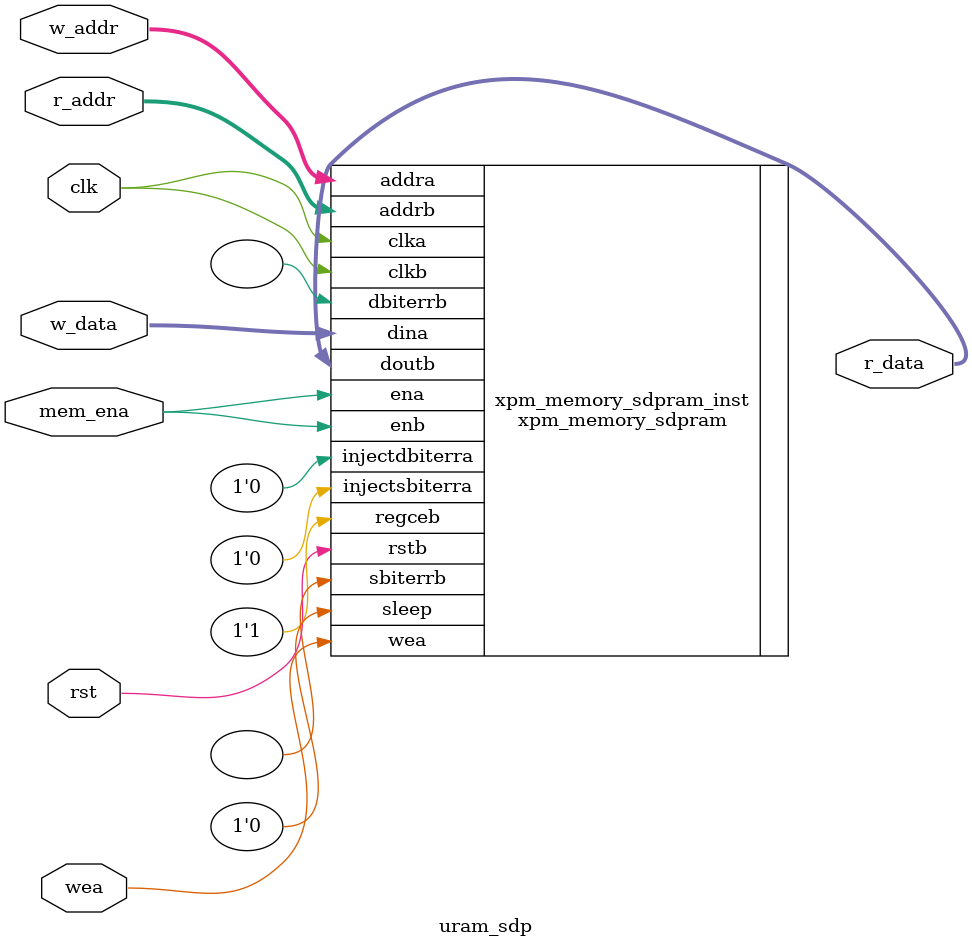
<source format=v>
`timescale 1ns / 1ps


module uram_sdp
#(
 parameter MEMORY_INIT_FILE = "none",
 parameter ADDR_WIDTH       = 15,
 parameter DATA_WIDTH       = 64,
 parameter MEMORY_SIZE      = DATA_WIDTH*(2**ADDR_WIDTH)
)
(
 input  wire                    clk,
 input  wire                    rst,
 input  wire                    mem_ena,
 input  wire                    wea,
 input  wire [ADDR_WIDTH - 1:0] w_addr,
 input  wire [DATA_WIDTH - 1:0] w_data,
 input  wire [ADDR_WIDTH - 1:0] r_addr,
 output wire [DATA_WIDTH - 1:0] r_data
);


// XPM_MEMORY instantiation template for Simple Dual Port RAM configurations
// Refer to the targeted device family architecture libraries guide for XPM_MEMORY documentation
// =======================================================================================================================

// Parameter usage table, organized as follows:
// +---------------------------------------------------------------------------------------------------------------------+
// | Parameter name       | Data type          | Restrictions, if applicable                                             |
// |---------------------------------------------------------------------------------------------------------------------|
// | Description                                                                                                         |
// +---------------------------------------------------------------------------------------------------------------------+
// +---------------------------------------------------------------------------------------------------------------------+
// | ADDR_WIDTH_A         | Integer            | Range: 1 - 20. Default value = 6.                                       |
// |---------------------------------------------------------------------------------------------------------------------|
// | Specify the width of the port A address port addra, in bits.                                                        |
// | Must be large enough to access the entire memory from port A, i.e. = $clog2(MEMORY_SIZE/WRITE_DATA_WIDTH_A).        |
// +---------------------------------------------------------------------------------------------------------------------+
// | ADDR_WIDTH_B         | Integer            | Range: 1 - 20. Default value = 6.                                       |
// |---------------------------------------------------------------------------------------------------------------------|
// | Specify the width of the port B address port addrb, in bits.                                                        |
// | Must be large enough to access the entire memory from port B, i.e. = $clog2(MEMORY_SIZE/READ_DATA_WIDTH_B).         |
// +---------------------------------------------------------------------------------------------------------------------+
// | AUTO_SLEEP_TIME      | Integer            | Range: 0 - 15. Default value = 0.                                       |
// |---------------------------------------------------------------------------------------------------------------------|
// | Number of clk[a|b] cycles to auto-sleep, if feature is available in architecture.                                   |
// |                                                                                                                     |
// |   0 - Disable auto-sleep feature                                                                                    |
// |   3-15 - Number of auto-sleep latency cycles                                                                        |
// |                                                                                                                     |
// | Do not change from the value provided in the template instantiation.                                                |
// +---------------------------------------------------------------------------------------------------------------------+
// | BYTE_WRITE_WIDTH_A   | Integer            | Range: 1 - 4608. Default value = 32.                                    |
// |---------------------------------------------------------------------------------------------------------------------|
// | To enable byte-wide writes on port A, specify the byte width, in bits.                                              |
// |                                                                                                                     |
// |   8- 8-bit byte-wide writes, legal when WRITE_DATA_WIDTH_A is an integer multiple of 8                              |
// |   9- 9-bit byte-wide writes, legal when WRITE_DATA_WIDTH_A is an integer multiple of 9                              |
// |                                                                                                                     |
// | Or to enable word-wide writes on port A, specify the same value as for WRITE_DATA_WIDTH_A.                          |
// +---------------------------------------------------------------------------------------------------------------------+
// | CASCADE_HEIGHT       | Integer            | Range: 0 - 64. Default value = 0.                                       |
// |---------------------------------------------------------------------------------------------------------------------|
// | 0- No Cascade Height, Allow Vivado Synthesis to choose.                                                             |
// | 1 or more - Vivado Synthesis sets the specified value as Cascade Height.                                            |
// +---------------------------------------------------------------------------------------------------------------------+
// | CLOCKING_MODE        | String             | Allowed values: common_clock, independent_clock. Default value = common_clock.|
// |---------------------------------------------------------------------------------------------------------------------|
// | Designate whether port A and port B are clocked with a common clock or with independent clocks.                     |
// |                                                                                                                     |
// |   "common_clock"- Common clocking; clock both port A and port B with clka                                           |
// |   "independent_clock"- Independent clocking; clock port A with clka and port B with clkb                            |
// +---------------------------------------------------------------------------------------------------------------------+
// | ECC_MODE             | String             | Allowed values: no_ecc, both_encode_and_decode, decode_only, encode_only. Default value = no_ecc.|
// |---------------------------------------------------------------------------------------------------------------------|
// |                                                                                                                     |
// |   "no_ecc" - Disables ECC                                                                                           |
// |   "encode_only" - Enables ECC Encoder only                                                                          |
// |   "decode_only" - Enables ECC Decoder only                                                                          |
// |   "both_encode_and_decode" - Enables both ECC Encoder and Decoder                                                   |
// +---------------------------------------------------------------------------------------------------------------------+
// | MEMORY_INIT_FILE     | String             | Default value = none.                                                   |
// |---------------------------------------------------------------------------------------------------------------------|
// | Specify "none" (including quotes) for no memory initialization, or specify the name of a memory initialization file.|
// | Enter only the name of the file with .mem extension, including quotes but without path (e.g. "my_file.mem").        |
// | File format must be ASCII and consist of only hexadecimal values organized into the specified depth by              |
// | narrowest data width generic value of the memory. See the Memory File (MEM) section for more                        |
// | information on the syntax. Initialization of memory happens through the file name specified only when parameter     |
// | MEMORY_INIT_PARAM value is equal to "".                                                                             |
// | When using XPM_MEMORY in a project, add the specified file to the Vivado project as a design source.                |
// +---------------------------------------------------------------------------------------------------------------------+
// | MEMORY_INIT_PARAM    | String             | Default value = 0.                                                      |
// |---------------------------------------------------------------------------------------------------------------------|
// | Specify "" or "0" (including quotes) for no memory initialization through parameter, or specify the string          |
// | containing the hex characters. Enter only hex characters with each location separated by delimiter (,).             |
// | Parameter format must be ASCII and consist of only hexadecimal values organized into the specified depth by         |
// | narrowest data width generic value of the memory.For example, if the narrowest data width is 8, and the depth of    |
// | memory is 8 locations, then the parameter value should be passed as shown below.                                    |
// | parameter MEMORY_INIT_PARAM = "AB,CD,EF,1,2,34,56,78"                                                               |
// | Where "AB" is the 0th location and "78" is the 7th location.                                                        |
// +---------------------------------------------------------------------------------------------------------------------+
// | MEMORY_OPTIMIZATION  | String             | Allowed values: true, false. Default value = true.                      |
// |---------------------------------------------------------------------------------------------------------------------|
// | Specify "true" to enable the optimization of unused memory or bits in the memory structure. Specify "false" to      |
// | disable the optimization of unused memory or bits in the memory structure.                                          |
// +---------------------------------------------------------------------------------------------------------------------+
// | MEMORY_PRIMITIVE     | String             | Allowed values: auto, block, distributed, ultra. Default value = auto.  |
// |---------------------------------------------------------------------------------------------------------------------|
// | Designate the memory primitive (resource type) to use.                                                              |
// |                                                                                                                     |
// |   "auto"- Allow Vivado Synthesis to choose                                                                          |
// |   "distributed"- Distributed memory                                                                                 |
// |   "block"- Block memory                                                                                             |
// |   "ultra"- Ultra RAM memory                                                                                         |
// |                                                                                                                     |
// | NOTE: There may be a behavior mismatch if Block RAM or Ultra RAM specific features, like ECC or Asymmetry, are selected with MEMORY_PRIMITIVE set to "auto".|
// +---------------------------------------------------------------------------------------------------------------------+
// | MEMORY_SIZE          | Integer            | Range: 2 - 150994944. Default value = 2048.                             |
// |---------------------------------------------------------------------------------------------------------------------|
// | Specify the total memory array size, in bits. For example, enter 65536 for a 2kx32 RAM.                             |
// |                                                                                                                     |
// |   When ECC is enabled and set to "encode_only", then the memory size has to be multiples of READ_DATA_WIDTH_B       |
// |   When ECC is enabled and set to "decode_only", then the memory size has to be multiples of WRITE_DATA_WIDTH_A      |
// +---------------------------------------------------------------------------------------------------------------------+
// | MESSAGE_CONTROL      | Integer            | Range: 0 - 1. Default value = 0.                                        |
// |---------------------------------------------------------------------------------------------------------------------|
// | Specify 1 to enable the dynamic message reporting such as collision warnings, and 0 to disable the message reporting|
// +---------------------------------------------------------------------------------------------------------------------+
// | READ_DATA_WIDTH_B    | Integer            | Range: 1 - 4608. Default value = 32.                                    |
// |---------------------------------------------------------------------------------------------------------------------|
// | Specify the width of the port B read data output port doutb, in bits.                                               |
// |                                                                                                                     |
// |   When ECC is enabled and set to "encode_only", then READ_DATA_WIDTH_B has to be multiples of 72-bits               |
// |   When ECC is enabled and set to "decode_only" or "both_encode_and_decode", then READ_DATA_WIDTH_B has to be        |
// | multiples of 64-bits                                                                                                |
// +---------------------------------------------------------------------------------------------------------------------+
// | READ_LATENCY_B       | Integer            | Range: 0 - 100. Default value = 2.                                      |
// |---------------------------------------------------------------------------------------------------------------------|
// | Specify the number of register stages in the port B read data pipeline. Read data output to port doutb takes this   |
// | number of clkb cycles (clka when CLOCKING_MODE is "common_clock").                                                  |
// | To target block memory, a value of 1 or larger is required- 1 causes use of memory latch only; 2 causes use of      |
// | output register. To target distributed memory, a value of 0 or larger is required- 0 indicates combinatorial output.|
// | Values larger than 2 synthesize additional flip-flops that are not retimed into memory primitives.                  |
// +---------------------------------------------------------------------------------------------------------------------+
// | READ_RESET_VALUE_B   | String             | Default value = 0.                                                      |
// |---------------------------------------------------------------------------------------------------------------------|
// | Specify the reset value of the port B final output register stage in response to rstb input port is assertion.      |
// | As this parameter is a string, please specify the hex values inside double quotes. As an example,                   |
// | If the read data width is 8, then specify READ_RESET_VALUE_B = "EA";                                                |
// | When ECC is enabled, reset value is not supported.                                                                  |
// +---------------------------------------------------------------------------------------------------------------------+
// | RST_MODE_A           | String             | Allowed values: SYNC, ASYNC. Default value = SYNC.                      |
// |---------------------------------------------------------------------------------------------------------------------|
// | Describes the behaviour of the reset                                                                                |
// |                                                                                                                     |
// |   "SYNC" - when reset is applied, synchronously resets output port douta to the value specified by parameter READ_RESET_VALUE_A|
// |   "ASYNC" - when reset is applied, asynchronously resets output port douta to zero                                  |
// +---------------------------------------------------------------------------------------------------------------------+
// | RST_MODE_B           | String             | Allowed values: SYNC, ASYNC. Default value = SYNC.                      |
// |---------------------------------------------------------------------------------------------------------------------|
// | Describes the behaviour of the reset                                                                                |
// |                                                                                                                     |
// |   "SYNC" - when reset is applied, synchronously resets output port doutb to the value specified by parameter READ_RESET_VALUE_B|
// |   "ASYNC" - when reset is applied, asynchronously resets output port doutb to zero                                  |
// +---------------------------------------------------------------------------------------------------------------------+
// | SIM_ASSERT_CHK       | Integer            | Range: 0 - 1. Default value = 0.                                        |
// |---------------------------------------------------------------------------------------------------------------------|
// | 0- Disable simulation message reporting. Messages related to potential misuse will not be reported.                 |
// | 1- Enable simulation message reporting. Messages related to potential misuse will be reported.                      |
// +---------------------------------------------------------------------------------------------------------------------+
// | USE_EMBEDDED_CONSTRAINT| Integer            | Range: 0 - 1. Default value = 0.                                        |
// |---------------------------------------------------------------------------------------------------------------------|
// | Specify 1 to enable the set_false_path constraint addition between clka of Distributed RAM and doutb_reg on clkb    |
// +---------------------------------------------------------------------------------------------------------------------+
// | USE_MEM_INIT         | Integer            | Range: 0 - 1. Default value = 1.                                        |
// |---------------------------------------------------------------------------------------------------------------------|
// | Specify 1 to enable the generation of below message and 0 to disable generation of the following message completely.|
// | "INFO - MEMORY_INIT_FILE and MEMORY_INIT_PARAM together specifies no memory initialization.                         |
// | Initial memory contents will be all 0s."                                                                            |
// | NOTE: This message gets generated only when there is no Memory Initialization specified either through file or      |
// | Parameter.                                                                                                          |
// +---------------------------------------------------------------------------------------------------------------------+
// | WAKEUP_TIME          | String             | Allowed values: disable_sleep, use_sleep_pin. Default value = disable_sleep.|
// |---------------------------------------------------------------------------------------------------------------------|
// | Specify "disable_sleep" to disable dynamic power saving option, and specify "use_sleep_pin" to enable the           |
// | dynamic power saving option                                                                                         |
// +---------------------------------------------------------------------------------------------------------------------+
// | WRITE_DATA_WIDTH_A   | Integer            | Range: 1 - 4608. Default value = 32.                                    |
// |---------------------------------------------------------------------------------------------------------------------|
// | multiples of 64-bits                                                                                                |
// | When ECC is enabled and set to "decode_only", then WRITE_DATA_WIDTH_A has to be multiples of 72-bits                |
// +---------------------------------------------------------------------------------------------------------------------+
// | WRITE_MODE_B         | String             | Allowed values: no_change, read_first, write_first. Default value = no_change.|
// |---------------------------------------------------------------------------------------------------------------------|
// | Write mode behavior for port B output data port, doutb.                                                             |
// +---------------------------------------------------------------------------------------------------------------------+

// Port usage table, organized as follows:
// +---------------------------------------------------------------------------------------------------------------------+
// | Port name      | Direction | Size, in bits                         | Domain  | Sense       | Handling if unused     |
// |---------------------------------------------------------------------------------------------------------------------|
// | Description                                                                                                         |
// +---------------------------------------------------------------------------------------------------------------------+
// +---------------------------------------------------------------------------------------------------------------------+
// | addra          | Input     | ADDR_WIDTH_A                          | clka    | NA          | Required               |
// |---------------------------------------------------------------------------------------------------------------------|
// | Address for port A write operations.                                                                                |
// +---------------------------------------------------------------------------------------------------------------------+
// | addrb          | Input     | ADDR_WIDTH_B                          | clkb    | NA          | Required               |
// |---------------------------------------------------------------------------------------------------------------------|
// | Address for port B read operations.                                                                                 |
// +---------------------------------------------------------------------------------------------------------------------+
// | clka           | Input     | 1                                     | NA      | Rising edge | Required               |
// |---------------------------------------------------------------------------------------------------------------------|
// | Clock signal for port A. Also clocks port B when parameter CLOCKING_MODE is "common_clock".                         |
// +---------------------------------------------------------------------------------------------------------------------+
// | clkb           | Input     | 1                                     | NA      | Rising edge | Required               |
// |---------------------------------------------------------------------------------------------------------------------|
// | Clock signal for port B when parameter CLOCKING_MODE is "independent_clock".                                        |
// | Unused when parameter CLOCKING_MODE is "common_clock".                                                              |
// +---------------------------------------------------------------------------------------------------------------------+
// | dbiterrb       | Output    | 1                                     | clkb    | Active-high | DoNotCare              |
// |---------------------------------------------------------------------------------------------------------------------|
// | Status signal to indicate double bit error occurrence on the data output of port B.                                 |
// +---------------------------------------------------------------------------------------------------------------------+
// | dina           | Input     | WRITE_DATA_WIDTH_A                    | clka    | NA          | Required               |
// |---------------------------------------------------------------------------------------------------------------------|
// | Data input for port A write operations.                                                                             |
// +---------------------------------------------------------------------------------------------------------------------+
// | doutb          | Output    | READ_DATA_WIDTH_B                     | clkb    | NA          | Required               |
// |---------------------------------------------------------------------------------------------------------------------|
// | Data output for port B read operations.                                                                             |
// +---------------------------------------------------------------------------------------------------------------------+
// | ena            | Input     | 1                                     | clka    | Active-high | Required               |
// |---------------------------------------------------------------------------------------------------------------------|
// | Memory enable signal for port A.                                                                                    |
// | Must be high on clock cycles when write operations are initiated. Pipelined internally.                             |
// +---------------------------------------------------------------------------------------------------------------------+
// | enb            | Input     | 1                                     | clkb    | Active-high | Required               |
// |---------------------------------------------------------------------------------------------------------------------|
// | Memory enable signal for port B.                                                                                    |
// | Must be high on clock cycles when read operations are initiated. Pipelined internally.                              |
// +---------------------------------------------------------------------------------------------------------------------+
// | injectdbiterra | Input     | 1                                     | clka    | Active-high | Tie to 1'b0            |
// |---------------------------------------------------------------------------------------------------------------------|
// | Controls double bit error injection on input data when ECC enabled (Error injection capability is not available in  |
// | "decode_only" mode).                                                                                                |
// +---------------------------------------------------------------------------------------------------------------------+
// | injectsbiterra | Input     | 1                                     | clka    | Active-high | Tie to 1'b0            |
// |---------------------------------------------------------------------------------------------------------------------|
// | Controls single bit error injection on input data when ECC enabled (Error injection capability is not available in  |
// | "decode_only" mode).                                                                                                |
// +---------------------------------------------------------------------------------------------------------------------+
// | regceb         | Input     | 1                                     | clkb    | Active-high | Tie to 1'b1            |
// |---------------------------------------------------------------------------------------------------------------------|
// | Clock Enable for the last register stage on the output data path.                                                   |
// +---------------------------------------------------------------------------------------------------------------------+
// | rstb           | Input     | 1                                     | clkb    | Active-high | Required               |
// |---------------------------------------------------------------------------------------------------------------------|
// | Reset signal for the final port B output register stage.                                                            |
// | Synchronously resets output port doutb to the value specified by parameter READ_RESET_VALUE_B.                      |
// +---------------------------------------------------------------------------------------------------------------------+
// | sbiterrb       | Output    | 1                                     | clkb    | Active-high | DoNotCare              |
// |---------------------------------------------------------------------------------------------------------------------|
// | Status signal to indicate single bit error occurrence on the data output of port B.                                 |
// +---------------------------------------------------------------------------------------------------------------------+
// | sleep          | Input     | 1                                     | NA      | Active-high | Tie to 1'b0            |
// |---------------------------------------------------------------------------------------------------------------------|
// | sleep signal to enable the dynamic power saving feature.                                                            |
// +---------------------------------------------------------------------------------------------------------------------+
// | wea            | Input     | WRITE_DATA_WIDTH_A/BYTE_WRITE_WIDTH_A | clka    | Active-high | Required               |
// |---------------------------------------------------------------------------------------------------------------------|
// | Write enable vector for port A input data port dina. 1 bit wide when word-wide writes are used.                     |
// | In byte-wide write configurations, each bit controls the writing one byte of dina to address addra.                 |
// | For example, to synchronously write only bits [15-8] of dina when WRITE_DATA_WIDTH_A is 32, wea would be 4'b0010.   |
// +---------------------------------------------------------------------------------------------------------------------+


// xpm_memory_sdpram : In order to incorporate this function into the design,
//      Verilog      : the following instance declaration needs to be placed
//     instance      : in the body of the design code.  The instance name
//    declaration    : (xpm_memory_sdpram_inst) and/or the port declarations within the
//       code        : parenthesis may be changed to properly reference and
//                   : connect this function to the design.  All inputs
//                   : and outputs must be connected.

//  Please reference the appropriate libraries guide for additional information on the XPM modules.

//  <-----Cut code below this line---->

   // xpm_memory_sdpram: Simple Dual Port RAM
   // Xilinx Parameterized Macro, version 2019.2

   xpm_memory_sdpram #(
      .ADDR_WIDTH_A(ADDR_WIDTH),                  // DECIMAL
      .ADDR_WIDTH_B(ADDR_WIDTH),                  // DECIMAL
      .AUTO_SLEEP_TIME(0),                        // DECIMAL
      .BYTE_WRITE_WIDTH_A(DATA_WIDTH),            // DECIMAL
      .CASCADE_HEIGHT(0),                         // DECIMAL
      .CLOCKING_MODE("common_clock"),             // String
      .ECC_MODE("no_ecc"),                        // String
      .MEMORY_INIT_FILE(MEMORY_INIT_FILE),      // String
      .MEMORY_INIT_PARAM(""),                     // String
      .MEMORY_OPTIMIZATION("true"),               // String
      .MEMORY_PRIMITIVE("ultra"),                 // String
      .MEMORY_SIZE(MEMORY_SIZE),                  // DECIMAL
      .MESSAGE_CONTROL(0),                        // DECIMAL
      .READ_DATA_WIDTH_B(DATA_WIDTH),             // DECIMAL
      .READ_LATENCY_B(2),                         // DECIMAL
      .READ_RESET_VALUE_B("0"),                   // String
      .RST_MODE_A("SYNC"),                        // String
      .RST_MODE_B("SYNC"),                        // String
      .SIM_ASSERT_CHK(0),                         // DECIMAL; 0=disable simulation messages, 1=enable simulation messages
      .USE_EMBEDDED_CONSTRAINT(0),                // DECIMAL
      .USE_MEM_INIT(1),                           // DECIMAL
      .WAKEUP_TIME("disable_sleep"),              // String
      .WRITE_DATA_WIDTH_A(DATA_WIDTH),            // DECIMAL
      .WRITE_MODE_B("read_first")                  // String
   )
   xpm_memory_sdpram_inst (
      .dbiterrb(),                     // 1-bit output: Status signal to indicate double bit error occurrence
                                       // on the data output of port B.

      .doutb(r_data),                   // READ_DATA_WIDTH_B-bit output: Data output for port B read operations.
      .sbiterrb(),                     // 1-bit output: Status signal to indicate single bit error occurrence
                                       // on the data output of port B.

      .addra(w_addr),                   // ADDR_WIDTH_A-bit input: Address for port A write operations.
      .addrb(r_addr),                   // ADDR_WIDTH_B-bit input: Address for port B read operations.
      .clka(clk),                      // 1-bit input: Clock signal for port A. Also clocks port B when
                                       // parameter CLOCKING_MODE is "common_clock".

      .clkb(clk),                      // 1-bit input: Clock signal for port B when parameter CLOCKING_MODE is
                                       // "independent_clock". Unused when parameter CLOCKING_MODE is
                                       // "common_clock".

      .dina(w_data),                     // WRITE_DATA_WIDTH_A-bit input: Data input for port A write operations.
      .ena(mem_ena),                   // 1-bit input: Memory enable signal for port A. Must be high on clock
                                       // cycles when write operations are initiated. Pipelined internally.

      .enb(mem_ena),                   // 1-bit input: Memory enable signal for port B. Must be high on clock
                                       // cycles when read operations are initiated. Pipelined internally.

      .injectdbiterra(1'b0),           // 1-bit input: Controls double bit error injection on input data when
                                       // ECC enabled (Error injection capability is not available in
                                       // "decode_only" mode).

      .injectsbiterra(1'b0),           // 1-bit input: Controls single bit error injection on input data when
                                       // ECC enabled (Error injection capability is not available in
                                       // "decode_only" mode).

      .regceb(1'b1),                   // 1-bit input: Clock Enable for the last register stage on the output
                                       // data path.

      .rstb(rst),                      // 1-bit input: Reset signal for the final port B output register stage.
                                       // Synchronously resets output port doutb to the value specified by
                                       // parameter READ_RESET_VALUE_B.

      .sleep(1'b0),                    // 1-bit input: sleep signal to enable the dynamic power saving feature.
      .wea(wea)                        // WRITE_DATA_WIDTH_A/BYTE_WRITE_WIDTH_A-bit input: Write enable vector
                                       // for port A input data port dina. 1 bit wide when word-wide writes are
                                       // used. In byte-wide write configurations, each bit controls the
                                       // writing one byte of dina to address addra. For example, to
                                       // synchronously write only bits [15-8] of dina when WRITE_DATA_WIDTH_A
                                       // is 32, wea would be 4'b0010.

   );

   // End of xpm_memory_sdpram_inst instantiation
				
    
    
endmodule

</source>
